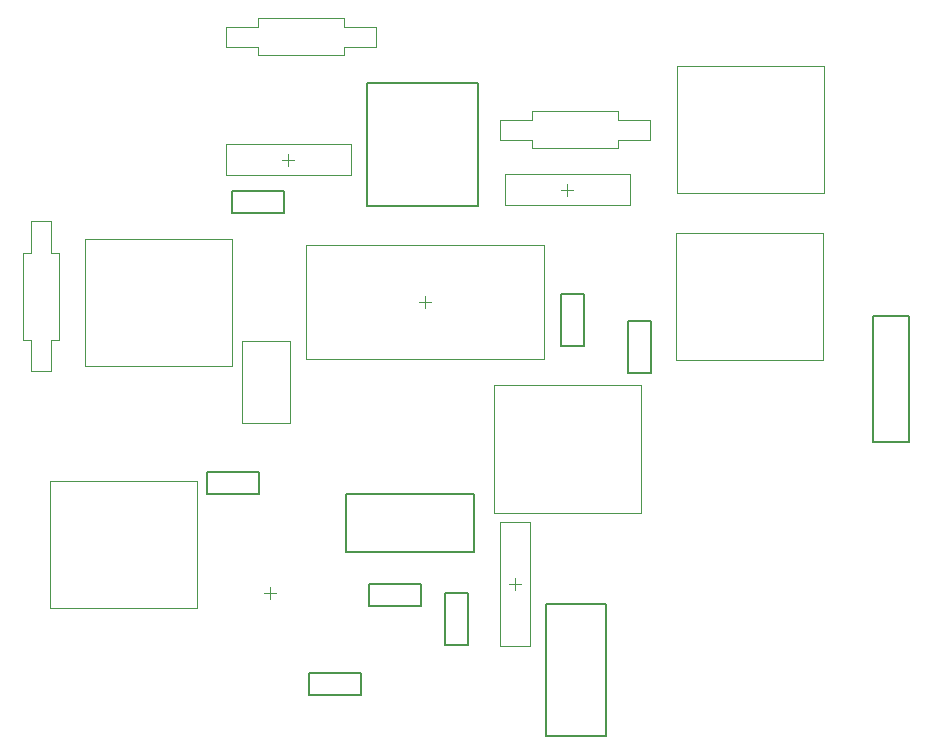
<source format=gbr>
%TF.GenerationSoftware,Altium Limited,Altium Designer,25.1.2 (22)*%
G04 Layer_Color=32768*
%FSLAX25Y25*%
%MOIN*%
%TF.SameCoordinates,C6B27E67-7A8A-4C38-9DB9-D7D7B609FA95*%
%TF.FilePolarity,Positive*%
%TF.FileFunction,Other,Top_Courtyard*%
%TF.Part,Single*%
G01*
G75*
%TA.AperFunction,NonConductor*%
%ADD40C,0.00787*%
%ADD45C,0.00394*%
%ADD64C,0.00197*%
D40*
X211039Y191606D02*
X248008D01*
X211039D02*
Y232394D01*
X248008D01*
Y191606D02*
Y232394D01*
X246791Y76354D02*
Y95646D01*
X203996Y76354D02*
X246791D01*
X203996D02*
Y95646D01*
X246791D01*
X270894Y59055D02*
X290697D01*
Y14945D02*
Y59055D01*
X270894Y14945D02*
X290697D01*
X270894D02*
Y59055D01*
X237205Y62598D02*
X244685D01*
X237205Y45276D02*
Y62598D01*
Y45276D02*
X244685D01*
Y62598D01*
X229134Y58071D02*
Y65551D01*
X211811D02*
X229134D01*
X211811Y58071D02*
Y65551D01*
Y58071D02*
X229134D01*
X191732Y28543D02*
Y36024D01*
Y28543D02*
X209055D01*
Y36024D01*
X191732D02*
X209055D01*
X391732Y112933D02*
Y154783D01*
X379921Y112933D02*
X391732D01*
X379921D02*
Y154783D01*
X391732D01*
X157874Y95472D02*
Y102953D01*
Y95472D02*
X175197D01*
Y102953D01*
X157874D02*
X175197D01*
X298228Y153150D02*
X305709D01*
X298228Y135827D02*
Y153150D01*
Y135827D02*
X305709D01*
Y153150D01*
X275787Y162205D02*
X283268D01*
X275787Y144882D02*
Y162205D01*
Y144882D02*
X283268D01*
Y162205D01*
X166142Y189173D02*
Y196653D01*
Y189173D02*
X183465D01*
Y196653D01*
X166142D02*
X183465D01*
D45*
X230394Y157531D02*
Y161469D01*
X228425Y159500D02*
X232362D01*
X260394Y63532D02*
Y67469D01*
X258425Y65500D02*
X262362D01*
X176925Y62500D02*
X180862D01*
X178894Y60532D02*
Y64468D01*
X275925Y197000D02*
X279862D01*
X277894Y195031D02*
Y198969D01*
X182925Y207000D02*
X186862D01*
X184894Y205031D02*
Y208968D01*
D64*
X163976Y251378D02*
X174606D01*
Y254134D01*
X203346D01*
Y251378D02*
Y254134D01*
Y251378D02*
X213976D01*
Y244685D02*
Y251378D01*
X203346Y244685D02*
X213976D01*
X203346Y241929D02*
Y244685D01*
X174606Y241929D02*
X203346D01*
X174606D02*
Y244685D01*
X163976D02*
X174606D01*
X163976D02*
Y251378D01*
X190630Y178595D02*
X270158D01*
X190630Y140405D02*
X270158D01*
Y178595D01*
X190630Y140405D02*
Y178595D01*
X255276Y86268D02*
X265512D01*
X255276Y44732D02*
Y86268D01*
X265512Y44732D02*
Y86268D01*
X255276Y44732D02*
X265512D01*
X166240Y138189D02*
Y180709D01*
X117224Y138189D02*
X166240D01*
X117224D02*
Y180709D01*
X166240D01*
X99016Y136417D02*
X105709D01*
Y147047D01*
X108465D01*
Y175787D01*
X105709D02*
X108465D01*
X105709D02*
Y186417D01*
X99016D02*
X105709D01*
X99016Y175787D02*
Y186417D01*
X96260Y175787D02*
X99016D01*
X96260Y147047D02*
Y175787D01*
Y147047D02*
X99016D01*
Y136417D02*
Y147047D01*
X154429Y57480D02*
Y100000D01*
X105413Y57480D02*
X154429D01*
X105413D02*
Y100000D01*
X154429D01*
X169537Y119358D02*
X185482D01*
X169537D02*
Y146642D01*
X185482D01*
Y119358D02*
Y146642D01*
X253386Y89240D02*
X302402D01*
Y131760D01*
X253386D02*
X302402D01*
X253386Y89240D02*
Y131760D01*
X314075Y140157D02*
Y182677D01*
X363090D01*
Y140157D02*
Y182677D01*
X314075Y140157D02*
X363090D01*
X314386Y195740D02*
Y238260D01*
X363402D01*
Y195740D02*
Y238260D01*
X314386Y195740D02*
X363402D01*
X305394Y213653D02*
Y220346D01*
X294764D02*
X305394D01*
X294764D02*
Y223102D01*
X266024D02*
X294764D01*
X266024Y220346D02*
Y223102D01*
X255394Y220346D02*
X266024D01*
X255394Y213653D02*
Y220346D01*
Y213653D02*
X266024D01*
Y210898D02*
Y213653D01*
Y210898D02*
X294764D01*
Y213653D01*
X305394D01*
X257126Y191882D02*
Y202118D01*
Y191882D02*
X298661D01*
X257126Y202118D02*
X298661D01*
Y191882D02*
Y202118D01*
X205661Y201882D02*
Y212118D01*
X164126D02*
X205661D01*
X164126Y201882D02*
X205661D01*
X164126D02*
Y212118D01*
%TF.MD5,fead45ca111636894686296d8bdf4ebf*%
M02*

</source>
